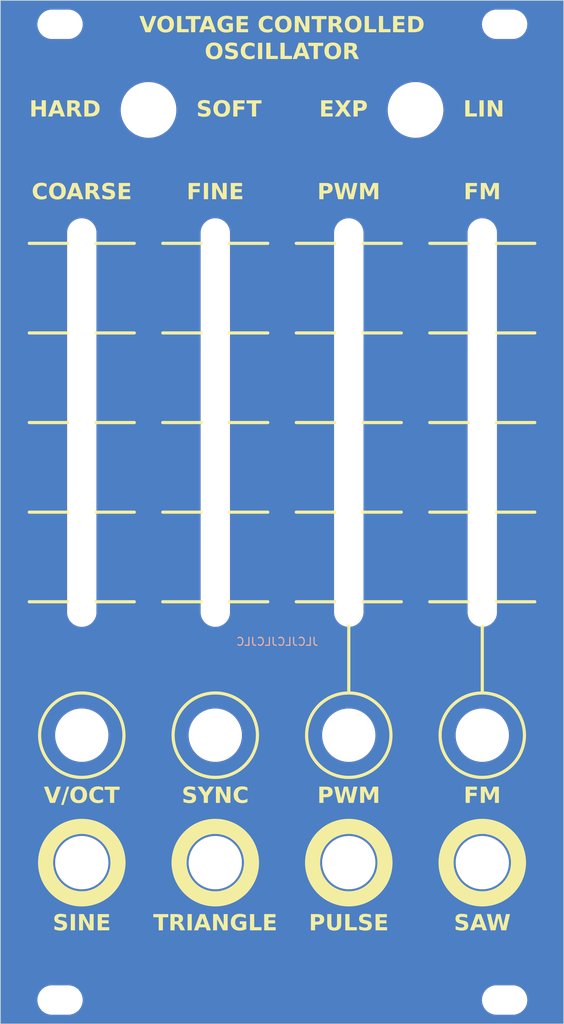
<source format=kicad_pcb>
(kicad_pcb (version 20221018) (generator pcbnew)
  (layers (0 "F.Cu" signal) (31 "B.Cu" signal) (34 "B.Paste" user) (35 "F.Paste" user) (36 "B.SilkS" user "B.Silkscreen") (37 "F.SilkS" user "F.Silkscreen") (38 "B.Mask" user) (39 "F.Mask" user) (44 "Edge.Cuts" user))
  (net 0 "")
  (footprint "Dans_Eurorack:Mounting_Hole_6.2mm_Thonkiconn_Input_Round" (layer "F.Cu") (at 74.83 128)
    (fp_text reference "REF**" hide)
    (fp_text value "Mounting_Hole_6.2mm_Thonkiconn_Input_Round" hide)
    (fp_text user "V/OCT" (at 0 6.5 unlocked) (layer "F.SilkS") (effects (font (size 2 2) (thickness 0.1)) (justify top)))
    (fp_circle (center 0 0) (end 5.3 0) (stroke (width 0.4)) (fill none) (layer "F.SilkS"))
    (pad "" np_thru_hole circle (at 0 0) (size 6.2 6.2) (drill 6.2) (layers "F&B.Cu" "*.Mask"))
  )
  (footprint "Dans_Eurorack:Fader_Slot_3.2x45mm" (layer "F.Cu") (at 108.39 88.75)
    (fp_text reference "REF**" hide)
    (fp_text value "Fader_Slot_3.2x45mm" hide)
    (fp_text user "PWM" (at 0 -27.7 unlocked) (layer "F.SilkS") (effects (font (size 2 2) (thickness 0.1)) (justify bottom)))
    (fp_line (start -6.6 -22.5) (end -1.6 -22.5) (stroke (width 0.4)) (layer "F.SilkS"))
    (fp_line (start -6.6 -11.25) (end -1.6 -11.25) (stroke (width 0.4)) (layer "F.SilkS"))
    (fp_line (start -6.6 0) (end -1.6 0) (stroke (width 0.4)) (layer "F.SilkS"))
    (fp_line (start -6.6 11.25) (end -1.6 11.25) (stroke (width 0.4)) (layer "F.SilkS"))
    (fp_line (start -6.6 22.5) (end -1.6 22.5) (stroke (width 0.4)) (layer "F.SilkS"))
    (fp_line (start 1.6 -22.5) (end 6.6 -22.5) (stroke (width 0.4)) (layer "F.SilkS"))
    (fp_line (start 1.6 -11.25) (end 6.6 -11.25) (stroke (width 0.4)) (layer "F.SilkS"))
    (fp_line (start 1.6 0) (end 6.6 0) (stroke (width 0.4)) (layer "F.SilkS"))
    (fp_line (start 1.6 11.25) (end 6.6 11.25) (stroke (width 0.4)) (layer "F.SilkS"))
    (fp_line (start 1.6 22.5) (end 6.6 22.5) (stroke (width 0.4)) (layer "F.SilkS"))
    (pad "" np_thru_hole oval (at 0 0) (size 3.2 50.8) (drill oval 3.2 50.8) (layers "F&B.Cu" "*.Mask"))
  )
  (footprint "Dans_Eurorack:Mounting_Hole_6.2mm_Thonkiconn_Input_Round" (layer "F.Cu") (at 125.17 128)
    (fp_text reference "REF**" hide)
    (fp_text value "Mounting_Hole_6.2mm_Thonkiconn_Input_Round" hide)
    (fp_text user "FM" (at 0 6.5 unlocked) (layer "F.SilkS") (effects (font (size 2 2) (thickness 0.1)) (justify top)))
    (fp_circle (center 0 0) (end 5.3 0) (stroke (width 0.4)) (fill none) (layer "F.SilkS"))
    (pad "" np_thru_hole circle (at 0 0) (size 6.2 6.2) (drill 6.2) (layers "F&B.Cu" "*.Mask"))
  )
  (footprint "Dans_Eurorack:Mounting_Slot_3.2x5.2mm" (layer "F.Cu") (at 72.1 38.75)
    (fp_text reference "REF**" hide)
    (fp_text value "Mounting_Slot_3.2x5.2mm" hide)
    (pad "" np_thru_hole oval (at 0 0) (size 5.2 3.2) (drill oval 5.2 3.2) (layers "F&B.Cu" "*.Mask"))
  )
  (footprint "Dans_Eurorack:Mounting_Hole_6.2mm_Thonkiconn_Output_Round" (layer "F.Cu") (at 108.39 144)
    (fp_text reference "REF**" hide)
    (fp_text value "Mounting_Hole_6.2mm_Thonkiconn_Output_Round" hide)
    (fp_text user "PULSE" (at 0 6.5 unlocked) (layer "F.SilkS") (effects (font (size 2 2) (thickness 0.1)) (justify top)))
    (fp_circle (center 0 0) (end 4.55 0) (stroke (width 1.9)) (fill none) (layer "F.SilkS"))
    (pad "" np_thru_hole circle (at 0 0) (size 6.2 6.2) (drill 6.2) (layers "F&B.Cu" "*.Mask"))
  )
  (footprint "Dans_Eurorack:Fader_Slot_3.2x45mm" (layer "F.Cu") (at 74.83 88.75)
    (fp_text reference "REF**" hide)
    (fp_text value "Fader_Slot_3.2x45mm" hide)
    (fp_text user "COARSE" (at 0 -27.7 unlocked) (layer "F.SilkS") (effects (font (size 2 2) (thickness 0.1)) (justify bottom)))
    (fp_line (start -6.6 -22.5) (end -1.6 -22.5) (stroke (width 0.4)) (layer "F.SilkS"))
    (fp_line (start -6.6 -11.25) (end -1.6 -11.25) (stroke (width 0.4)) (layer "F.SilkS"))
    (fp_line (start -6.6 0) (end -1.6 0) (stroke (width 0.4)) (layer "F.SilkS"))
    (fp_line (start -6.6 11.25) (end -1.6 11.25) (stroke (width 0.4)) (layer "F.SilkS"))
    (fp_line (start -6.6 22.5) (end -1.6 22.5) (stroke (width 0.4)) (layer "F.SilkS"))
    (fp_line (start 1.6 -22.5) (end 6.6 -22.5) (stroke (width 0.4)) (layer "F.SilkS"))
    (fp_line (start 1.6 -11.25) (end 6.6 -11.25) (stroke (width 0.4)) (layer "F.SilkS"))
    (fp_line (start 1.6 0) (end 6.6 0) (stroke (width 0.4)) (layer "F.SilkS"))
    (fp_line (start 1.6 11.25) (end 6.6 11.25) (stroke (width 0.4)) (layer "F.SilkS"))
    (fp_line (start 1.6 22.5) (end 6.6 22.5) (stroke (width 0.4)) (layer "F.SilkS"))
    (pad "" np_thru_hole oval (at 0 0) (size 3.2 50.8) (drill oval 3.2 50.8) (layers "F&B.Cu" "*.Mask"))
  )
  (footprint "Dans_Eurorack:Mounting_Slot_3.2x5.2mm" (layer "F.Cu") (at 127.98 161.25)
    (fp_text reference "REF**" hide)
    (fp_text value "Mounting_Slot_3.2x5.2mm" hide)
    (pad "" np_thru_hole oval (at 0 0) (size 5.2 3.2) (drill oval 5.2 3.2) (layers "F&B.Cu" "*.Mask"))
  )
  (footprint "Dans_Eurorack:Mounting_Hole_6.2mm_Thonkiconn_Output_Round" (layer "F.Cu") (at 125.17 144)
    (fp_text reference "REF**" hide)
    (fp_text value "Mounting_Hole_6.2mm_Thonkiconn_Output_Round" hide)
    (fp_text user "SAW" (at 0 6.5 unlocked) (layer "F.SilkS") (effects (font (size 2 2) (thickness 0.1)) (justify top)))
    (fp_circle (center 0 0) (end 4.55 0) (stroke (width 1.9)) (fill none) (layer "F.SilkS"))
    (pad "" np_thru_hole circle (at 0 0) (size 6.2 6.2) (drill 6.2) (layers "F&B.Cu" "*.Mask"))
  )
  (footprint "Dans_Eurorack:Mounting_Hole_6.2mm_Thonkiconn_Input_Round" (layer "F.Cu") (at 108.39 128)
    (fp_text reference "REF**" hide)
    (fp_text value "Mounting_Hole_6.2mm_Thonkiconn_Input_Round" hide)
    (fp_text user "PWM" (at 0 6.5 unlocked) (layer "F.SilkS") (effects (font (size 2 2) (thickness 0.1)) (justify top)))
    (fp_circle (center 0 0) (end 5.3 0) (stroke (width 0.4)) (fill none) (layer "F.SilkS"))
    (pad "" np_thru_hole circle (at 0 0) (size 6.2 6.2) (drill 6.2) (layers "F&B.Cu" "*.Mask"))
  )
  (footprint "Dans_Eurorack:Fader_Slot_3.2x45mm" (layer "F.Cu") (at 125.17 88.75)
    (fp_text reference "REF**" hide)
    (fp_text value "Fader_Slot_3.2x45mm" hide)
    (fp_text user "FM" (at 0 -27.7 unlocked) (layer "F.SilkS") (effects (font (size 2 2) (thickness 0.1)) (justify bottom)))
    (fp_line (start -6.6 -22.5) (end -1.6 -22.5) (stroke (width 0.4)) (layer "F.SilkS"))
    (fp_line (start -6.6 -11.25) (end -1.6 -11.25) (stroke (width 0.4)) (layer "F.SilkS"))
    (fp_line (start -6.6 0) (end -1.6 0) (stroke (width 0.4)) (layer "F.SilkS"))
    (fp_line (start -6.6 11.25) (end -1.6 11.25) (stroke (width 0.4)) (layer "F.SilkS"))
    (fp_line (start -6.6 22.5) (end -1.6 22.5) (stroke (width 0.4)) (layer "F.SilkS"))
    (fp_line (start 1.6 -22.5) (end 6.6 -22.5) (stroke (width 0.4)) (layer "F.SilkS"))
    (fp_line (start 1.6 -11.25) (end 6.6 -11.25) (stroke (width 0.4)) (layer "F.SilkS"))
    (fp_line (start 1.6 0) (end 6.6 0) (stroke (width 0.4)) (layer "F.SilkS"))
    (fp_line (start 1.6 11.25) (end 6.6 11.25) (stroke (width 0.4)) (layer "F.SilkS"))
    (fp_line (start 1.6 22.5) (end 6.6 22.5) (stroke (width 0.4)) (layer "F.SilkS"))
    (pad "" np_thru_hole oval (at 0 0) (size 3.2 50.8) (drill oval 3.2 50.8) (layers "F&B.Cu" "*.Mask"))
  )
  (footprint "Dans_Eurorack:Mounting_Hole_6.2mm_Thonkiconn_Input_Round" (layer "F.Cu") (at 91.61 128)
    (fp_text reference "REF**" hide)
    (fp_text value "Mounting_Hole_6.2mm_Thonkiconn_Input_Round" hide)
    (fp_text user "SYNC" (at 0 6.5 unlocked) (layer "F.SilkS") (effects (font (size 2 2) (thickness 0.1)) (justify top)))
    (fp_circle (center 0 0) (end 5.3 0) (stroke (width 0.4)) (fill none) (layer "F.SilkS"))
    (pad "" np_thru_hole circle (at 0 0) (size 6.2 6.2) (drill 6.2) (layers "F&B.Cu" "*.Mask"))
  )
  (footprint "Dans_Eurorack:Fader_Slot_3.2x45mm" (layer "F.Cu") (at 91.61 88.75)
    (fp_text reference "REF**" hide)
    (fp_text value "Fader_Slot_3.2x45mm" hide)
    (fp_text user "FINE" (at 0 -27.7 unlocked) (layer "F.SilkS") (effects (font (size 2 2) (thickness 0.1)) (justify bottom)))
    (fp_line (start -6.6 -22.5) (end -1.6 -22.5) (stroke (width 0.4)) (layer "F.SilkS"))
    (fp_line (start -6.6 -11.25) (end -1.6 -11.25) (stroke (width 0.4)) (layer "F.SilkS"))
    (fp_line (start -6.6 0) (end -1.6 0) (stroke (width 0.4)) (layer "F.SilkS"))
    (fp_line (start -6.6 11.25) (end -1.6 11.25) (stroke (width 0.4)) (layer "F.SilkS"))
    (fp_line (start -6.6 22.5) (end -1.6 22.5) (stroke (width 0.4)) (layer "F.SilkS"))
    (fp_line (start 1.6 -22.5) (end 6.6 -22.5) (stroke (width 0.4)) (layer "F.SilkS"))
    (fp_line (start 1.6 -11.25) (end 6.6 -11.25) (stroke (width 0.4)) (layer "F.SilkS"))
    (fp_line (start 1.6 0) (end 6.6 0) (stroke (width 0.4)) (layer "F.SilkS"))
    (fp_line (start 1.6 11.25) (end 6.6 11.25) (stroke (width 0.4)) (layer "F.SilkS"))
    (fp_line (start 1.6 22.5) (end 6.6 22.5) (stroke (width 0.4)) (layer "F.SilkS"))
    (pad "" np_thru_hole oval (at 0 0) (size 3.2 50.8) (drill oval 3.2 50.8) (layers "F&B.Cu" "*.Mask"))
  )
  (footprint "Dans_Eurorack:Mounting_Slot_3.2x5.2mm" (layer "F.Cu") (at 127.98 38.75)
    (fp_text reference "REF**" hide)
    (fp_text value "Mounting_Slot_3.2x5.2mm" hide)
    (pad "" np_thru_hole oval (at 0 0) (size 5.2 3.2) (drill oval 5.2 3.2) (layers "F&B.Cu" "*.Mask"))
  )
  (footprint "Dans_Eurorack:Mounting_Hole_6.2mm_Switch" (layer "F.Cu") (at 83.22 49.5)
    (fp_text reference "REF**" hide)
    (fp_text value "Mounting_Hole_6.2mm_Switch" hide)
    (fp_text user "SOFT" (at 6 0 unlocked) (layer "F.SilkS") (effects (font (size 2 2) (thickness 0.1)) (justify left)))
    (fp_text user "HARD" (at -6 0 unlocked) (layer "F.SilkS") (effects (font (size 2 2) (thickness 0.1)) (justify right)))
    (pad "" np_thru_hole circle (at 0 0) (size 6.5 6.5) (drill 6.5) (layers "F&B.Cu" "*.Mask"))
  )
  (footprint "Dans_Eurorack:Mounting_Hole_6.2mm_Switch" (layer "F.Cu") (at 116.78 49.5)
    (fp_text reference "REF**" hide)
    (fp_text value "Mounting_Hole_6.2mm_Switch" hide)
    (fp_text user "EXP" (at -6 0 unlocked) (layer "F.SilkS") (effects (font (size 2 2) (thickness 0.1)) (justify right)))
    (fp_text user "LIN" (at 6 0 unlocked) (layer "F.SilkS") (effects (font (size 2 2) (thickness 0.1)) (justify left)))
    (pad "" np_thru_hole circle (at 0 0) (size 6.5 6.5) (drill 6.5) (layers "F&B.Cu" "*.Mask"))
  )
  (footprint "Dans_Eurorack:Mounting_Hole_6.2mm_Thonkiconn_Output_Round" (layer "F.Cu") (at 91.61 144)
    (fp_text reference "REF**" hide)
    (fp_text value "Mounting_Hole_6.2mm_Thonkiconn_Output_Round" hide)
    (fp_text user "TRIANGLE" (at 0 6.5 unlocked) (layer "F.SilkS") (effects (font (size 2 2) (thickness 0.1)) (justify top)))
    (fp_circle (center 0 0) (end 4.55 0) (stroke (width 1.9)) (fill none) (layer "F.SilkS"))
    (pad "" np_thru_hole circle (at 0 0) (size 6.2 6.2) (drill 6.2) (layers "F&B.Cu" "*.Mask"))
  )
  (footprint "Dans_Eurorack:Mounting_Slot_3.2x5.2mm" (layer "F.Cu") (at 72.1 161.25)
    (fp_text reference "REF**" hide)
    (fp_text value "Mounting_Slot_3.2x5.2mm" hide)
    (pad "" np_thru_hole oval (at 0 0) (size 5.2 3.2) (drill oval 5.2 3.2) (layers "F&B.Cu" "*.Mask"))
  )
  (footprint "Dans_Eurorack:Mounting_Hole_6.2mm_Thonkiconn_Output_Round" (layer "F.Cu") (at 74.83 144)
    (fp_text reference "REF**" hide)
    (fp_text value "Mounting_Hole_6.2mm_Thonkiconn_Output_Round" hide)
    (fp_text user "SINE" (at 0 6.5 unlocked) (layer "F.SilkS") (effects (font (size 2 2) (thickness 0.1)) (justify top)))
    (fp_circle (center 0 0) (end 4.55 0) (stroke (width 1.9)) (fill none) (layer "F.SilkS"))
    (pad "" np_thru_hole circle (at 0 0) (size 6.2 6.2) (drill 6.2) (layers "F&B.Cu" "*.Mask"))
  )
  (gr_line (start 108.39 114.15) (end 108.39 122.5) (stroke (width 0.4)) (layer "F.SilkS"))
  (gr_line (start 125.17 114.15) (end 125.17 122.5) (stroke (width 0.4)) (layer "F.SilkS"))
  (gr_rect (start 64.6 35.75) (end 135.4 164.25) (stroke (width 0.1)) (fill none) (layer "Edge.Cuts"))
  (gr_text "JLCJLCJLCJLC" (at 104.648 116.84) (layer "B.SilkS") (effects (font (size 1 1)) (justify left bottom mirror)))
  (gr_text "VOLTAGE CONTROLLED\nOSCILLATOR" (at 100 37.75) (layer "F.SilkS") (effects (font (size 2 2) (thickness 0.375)) (justify top)))
  (zone (net 0) (net_name "") (layers "F&B.Cu") (connect_pads (clearance 0)) (min_thickness 0.25) (fill yes (thermal_gap 0.5) (thermal_bridge_width 0.5) (island_removal_mode 1) (island_area_min 10))
    (polygon (pts (xy 64.6 35.75) (xy 135.4 35.75) (xy 135.4 164.25) (xy 64.6 164.25)))
  )
)
</source>
